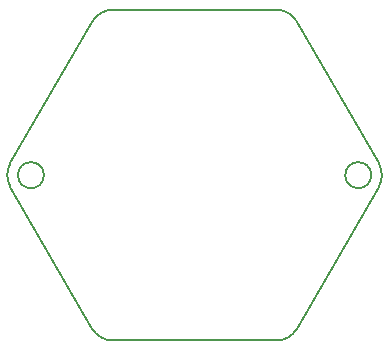
<source format=gbr>
%TF.GenerationSoftware,KiCad,Pcbnew,7.0.9*%
%TF.CreationDate,2024-03-01T11:20:35+09:00*%
%TF.ProjectId,LineIntegratedBoard2,4c696e65-496e-4746-9567-726174656442,rev?*%
%TF.SameCoordinates,Original*%
%TF.FileFunction,Profile,NP*%
%FSLAX46Y46*%
G04 Gerber Fmt 4.6, Leading zero omitted, Abs format (unit mm)*
G04 Created by KiCad (PCBNEW 7.0.9) date 2024-03-01 11:20:35*
%MOMM*%
%LPD*%
G01*
G04 APERTURE LIST*
%TA.AperFunction,Profile*%
%ADD10C,0.200000*%
%TD*%
G04 APERTURE END LIST*
D10*
X168082916Y-100616000D02*
X161154712Y-88616000D01*
X168082916Y-102616000D02*
G75*
G03*
X168082916Y-100616000I-1732058J1000000D01*
G01*
X161154712Y-114616000D02*
X168082916Y-102616000D01*
X159422661Y-115616002D02*
G75*
G03*
X161154711Y-114616000I-3J2000002D01*
G01*
X145566255Y-115616000D02*
X159422661Y-115616000D01*
X143834204Y-114616000D02*
G75*
G03*
X145566255Y-115616000I1732051J1000000D01*
G01*
X136906000Y-102616000D02*
X143834204Y-114616000D01*
X136906000Y-100616000D02*
G75*
G03*
X136906000Y-102616000I1732052J-1000000D01*
G01*
X143834204Y-88616000D02*
X136906000Y-100616000D01*
X145566255Y-87616000D02*
G75*
G03*
X143834204Y-88616000I0J-2000000D01*
G01*
X159422661Y-87616000D02*
X145566255Y-87616000D01*
X161154710Y-88616001D02*
G75*
G03*
X159422661Y-87616000I-1732052J-999999D01*
G01*
X139738051Y-101616000D02*
G75*
G03*
X139738051Y-101616000I-1100000J0D01*
G01*
X167450865Y-101616000D02*
G75*
G03*
X167450865Y-101616000I-1100000J0D01*
G01*
M02*

</source>
